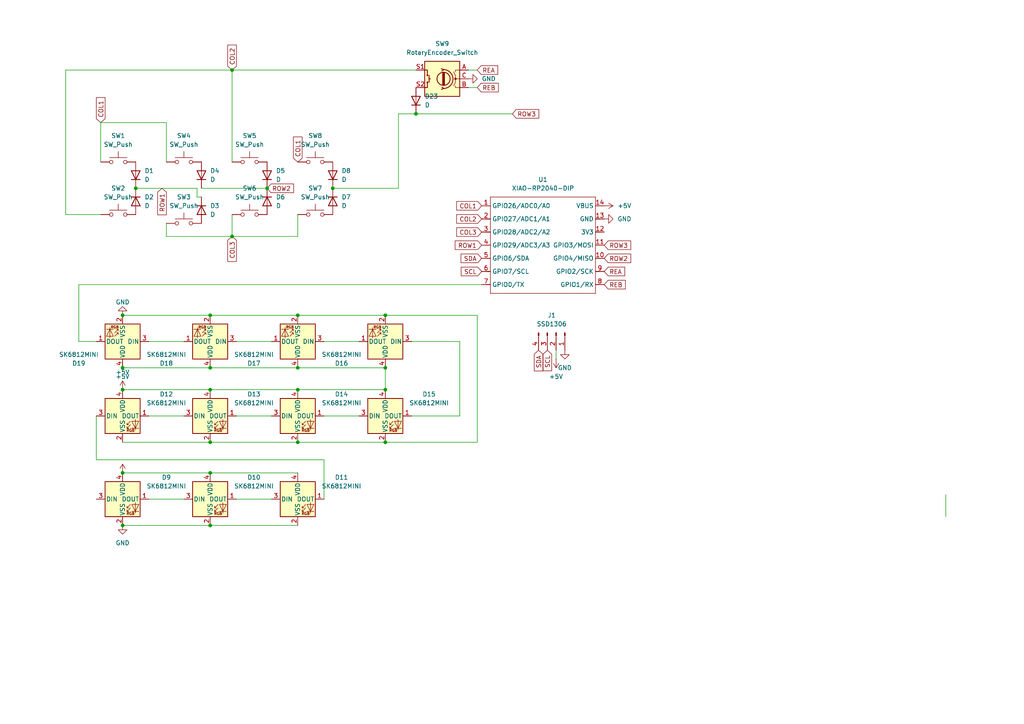
<source format=kicad_sch>
(kicad_sch (version 20231120) (generator "eeschema") (generator_version "8.0")
  (paper "A4")
  (lib_symbols
    (symbol "Connector:Conn_01x04_Pin" (pin_names (offset 1.016) hide)
      (property "Reference" "J" (at 0 5.08 0))
      (property "Value" "Conn_01x04_Pin" (at 0 -7.62 0))
      (symbol "Conn_01x04_Pin_1_1"
        (polyline (pts (xy 1.27 -5.08) (xy 0.8636 -5.08)) (stroke (width 0.1524)))
        (polyline (pts (xy 1.27 -2.54) (xy 0.8636 -2.54)) (stroke (width 0.1524)))
        (polyline (pts (xy 1.27 0) (xy 0.8636 0)) (stroke (width 0.1524)))
        (polyline (pts (xy 1.27 2.54) (xy 0.8636 2.54)) (stroke (width 0.1524)))
        (rectangle (start 0.8636 -4.953) (end 0 -5.207) (stroke (width 0.1524)) (fill (type outline)))
        (rectangle (start 0.8636 -2.413) (end 0 -2.667) (stroke (width 0.1524)) (fill (type outline)))
        (rectangle (start 0.8636 0.127) (end 0 -0.127) (stroke (width 0.1524)) (fill (type outline)))
        (rectangle (start 0.8636 2.667) (end 0 2.413) (stroke (width 0.1524)) (fill (type outline)))
        (pin passive line (at 5.08 2.54 180) (length 3.81) (name "Pin_1") (number "1"))
        (pin passive line (at 5.08 0 180) (length 3.81) (name "Pin_2") (number "2"))
        (pin passive line (at 5.08 -2.54 180) (length 3.81) (name "Pin_3") (number "3"))
        (pin passive line (at 5.08 -5.08 180) (length 3.81) (name "Pin_4") (number "4"))
      )
    )
    (symbol "Device:D" (pin_numbers hide) (pin_names (offset 1.016) hide)
      (property "Reference" "D" (at 0 2.54 0))
      (property "Value" "D" (at 0 -2.54 0))
      (symbol "D_0_1"
        (polyline (pts (xy -1.27 1.27) (xy -1.27 -1.27)) (stroke (width 0.254)))
        (polyline (pts (xy 1.27 0) (xy -1.27 0)))
        (polyline (pts (xy 1.27 1.27) (xy 1.27 -1.27) (xy -1.27 0) (xy 1.27 1.27)) (stroke (width 0.254)))
      )
      (symbol "D_1_1"
        (pin passive line (at -3.81 0 0) (length 2.54) (name "K") (number "1"))
        (pin passive line (at 3.81 0 180) (length 2.54) (name "A") (number "2"))
      )
    )
    (symbol "Device:RotaryEncoder_Switch" (pin_names (offset 0.254) hide)
      (property "Reference" "SW" (at 0 6.604 0))
      (property "Value" "RotaryEncoder_Switch" (at 0 -6.604 0))
      (symbol "RotaryEncoder_Switch_0_1"
        (rectangle (start -5.08 5.08) (end 5.08 -5.08) (stroke (width 0.254)) (fill (type background)))
        (circle (center -3.81 0) (radius 0.254) (fill (type outline)))
        (circle (center -0.381 0) (radius 1.905) (stroke (width 0.254)))
        (arc (start -0.381 2.667) (mid -3.0988 -0.0635) (end -0.381 -2.794) (stroke (width 0.254)))
        (polyline (pts (xy -0.635 -1.778) (xy -0.635 1.778)) (stroke (width 0.254)))
        (polyline (pts (xy -0.381 -1.778) (xy -0.381 1.778)) (stroke (width 0.254)))
        (polyline (pts (xy -0.127 1.778) (xy -0.127 -1.778)) (stroke (width 0.254)))
        (polyline (pts (xy 3.81 0) (xy 3.429 0)) (stroke (width 0.254)))
        (polyline (pts (xy 3.81 1.016) (xy 3.81 -1.016)) (stroke (width 0.254)))
        (polyline (pts (xy -5.08 -2.54) (xy -3.81 -2.54) (xy -3.81 -2.032)))
        (polyline (pts (xy -5.08 2.54) (xy -3.81 2.54) (xy -3.81 2.032)))
        (polyline (pts (xy 0.254 -3.048) (xy -0.508 -2.794) (xy 0.127 -2.413)) (stroke (width 0.254)))
        (polyline (pts (xy 0.254 2.921) (xy -0.508 2.667) (xy 0.127 2.286)) (stroke (width 0.254)))
        (polyline (pts (xy 5.08 -2.54) (xy 4.318 -2.54) (xy 4.318 -1.016)) (stroke (width 0.254)))
        (polyline (pts (xy 5.08 2.54) (xy 4.318 2.54) (xy 4.318 1.016)) (stroke (width 0.254)))
        (polyline (pts (xy -5.08 0) (xy -3.81 0) (xy -3.81 -1.016) (xy -3.302 -2.032)))
        (polyline (pts (xy -4.318 0) (xy -3.81 0) (xy -3.81 1.016) (xy -3.302 2.032)))
        (circle (center 4.318 -1.016) (radius 0.127) (stroke (width 0.254)))
        (circle (center 4.318 1.016) (radius 0.127) (stroke (width 0.254)))
      )
      (symbol "RotaryEncoder_Switch_1_1"
        (pin passive line (at -7.62 2.54 0) (length 2.54) (name "A") (number "A"))
        (pin passive line (at -7.62 -2.54 0) (length 2.54) (name "B") (number "B"))
        (pin passive line (at -7.62 0 0) (length 2.54) (name "C") (number "C"))
        (pin passive line (at 7.62 2.54 180) (length 2.54) (name "S1") (number "S1"))
        (pin passive line (at 7.62 -2.54 180) (length 2.54) (name "S2") (number "S2"))
      )
    )
    (symbol "LED:SK6812MINI" (pin_names (offset 0.254))
      (property "Reference" "D" (at 5.08 5.715 0))
      (property "Value" "SK6812MINI" (at 1.27 -5.715 0))
      (symbol "SK6812MINI_0_0"
        (text "RGB" (at 2.286 -4.191 0) (effects (font (size 0.762 0.762))))
      )
      (symbol "SK6812MINI_0_1"
        (polyline (pts (xy 1.27 -3.556) (xy 1.778 -3.556)))
        (polyline (pts (xy 1.27 -2.54) (xy 1.778 -2.54)))
        (polyline (pts (xy 4.699 -3.556) (xy 2.667 -3.556)))
        (polyline (pts (xy 2.286 -2.54) (xy 1.27 -3.556) (xy 1.27 -3.048)))
        (polyline (pts (xy 2.286 -1.524) (xy 1.27 -2.54) (xy 1.27 -2.032)))
        (polyline (pts (xy 3.683 -1.016) (xy 3.683 -3.556) (xy 3.683 -4.064)))
        (polyline (pts (xy 4.699 -1.524) (xy 2.667 -1.524) (xy 3.683 -3.556) (xy 4.699 -1.524)))
        (rectangle (start 5.08 5.08) (end -5.08 -5.08) (stroke (width 0.254)) (fill (type background)))
      )
      (symbol "SK6812MINI_1_1"
        (pin output line (at 7.62 0 180) (length 2.54) (name "DOUT") (number "1"))
        (pin power_in line (at 0 -7.62 90) (length 2.54) (name "VSS") (number "2"))
        (pin input line (at -7.62 0 0) (length 2.54) (name "DIN") (number "3"))
        (pin power_in line (at 0 7.62 270) (length 2.54) (name "VDD") (number "4"))
      )
    )
    (symbol "OPL:XIAO-RP2040-DIP"
      (property "Reference" "U" (at 0 0 0))
      (property "Value" "XIAO-RP2040-DIP" (at 5.334 -1.778 0))
      (symbol "XIAO-RP2040-DIP_1_0"
        (polyline (pts (xy -1.27 -30.48) (xy -1.27 -16.51)) (stroke (width 0.1524)))
        (polyline (pts (xy -1.27 -27.94) (xy -2.54 -27.94)) (stroke (width 0.1524)))
        (polyline (pts (xy -1.27 -24.13) (xy -2.54 -24.13)) (stroke (width 0.1524)))
        (polyline (pts (xy -1.27 -20.32) (xy -2.54 -20.32)) (stroke (width 0.1524)))
        (polyline (pts (xy -1.27 -16.51) (xy -2.54 -16.51)) (stroke (width 0.1524)))
        (polyline (pts (xy -1.27 -16.51) (xy -1.27 -12.7)) (stroke (width 0.1524)))
        (polyline (pts (xy -1.27 -12.7) (xy -2.54 -12.7)) (stroke (width 0.1524)))
        (polyline (pts (xy -1.27 -12.7) (xy -1.27 -8.89)) (stroke (width 0.1524)))
        (polyline (pts (xy -1.27 -8.89) (xy -2.54 -8.89)) (stroke (width 0.1524)))
        (polyline (pts (xy -1.27 -8.89) (xy -1.27 -5.08)) (stroke (width 0.1524)))
        (polyline (pts (xy -1.27 -5.08) (xy -2.54 -5.08)) (stroke (width 0.1524)))
        (polyline (pts (xy -1.27 -5.08) (xy -1.27 -2.54)) (stroke (width 0.1524)))
        (polyline (pts (xy -1.27 -2.54) (xy 29.21 -2.54)) (stroke (width 0.1524)))
        (polyline (pts (xy 29.21 -30.48) (xy -1.27 -30.48)) (stroke (width 0.1524)))
        (polyline (pts (xy 29.21 -12.7) (xy 29.21 -30.48)) (stroke (width 0.1524)))
        (polyline (pts (xy 29.21 -8.89) (xy 29.21 -12.7)) (stroke (width 0.1524)))
        (polyline (pts (xy 29.21 -5.08) (xy 29.21 -8.89)) (stroke (width 0.1524)))
        (polyline (pts (xy 29.21 -2.54) (xy 29.21 -5.08)) (stroke (width 0.1524)))
        (polyline (pts (xy 30.48 -27.94) (xy 29.21 -27.94)) (stroke (width 0.1524)))
        (polyline (pts (xy 30.48 -24.13) (xy 29.21 -24.13)) (stroke (width 0.1524)))
        (polyline (pts (xy 30.48 -20.32) (xy 29.21 -20.32)) (stroke (width 0.1524)))
        (polyline (pts (xy 30.48 -16.51) (xy 29.21 -16.51)) (stroke (width 0.1524)))
        (polyline (pts (xy 30.48 -12.7) (xy 29.21 -12.7)) (stroke (width 0.1524)))
        (polyline (pts (xy 30.48 -8.89) (xy 29.21 -8.89)) (stroke (width 0.1524)))
        (polyline (pts (xy 30.48 -5.08) (xy 29.21 -5.08)) (stroke (width 0.1524)))
        (pin passive line (at -3.81 -5.08 0) (length 2.54) (name "GPIO26/ADC0/A0") (number "1"))
        (pin passive line (at 31.75 -20.32 180) (length 2.54) (name "GPIO4/MISO") (number "10"))
        (pin passive line (at 31.75 -16.51 180) (length 2.54) (name "GPIO3/MOSI") (number "11"))
        (pin passive line (at 31.75 -12.7 180) (length 2.54) (name "3V3") (number "12"))
        (pin passive line (at 31.75 -8.89 180) (length 2.54) (name "GND") (number "13"))
        (pin passive line (at 31.75 -5.08 180) (length 2.54) (name "VBUS") (number "14"))
        (pin passive line (at -3.81 -8.89 0) (length 2.54) (name "GPIO27/ADC1/A1") (number "2"))
        (pin passive line (at -3.81 -12.7 0) (length 2.54) (name "GPIO28/ADC2/A2") (number "3"))
        (pin passive line (at -3.81 -16.51 0) (length 2.54) (name "GPIO29/ADC3/A3") (number "4"))
        (pin passive line (at -3.81 -20.32 0) (length 2.54) (name "GPIO6/SDA") (number "5"))
        (pin passive line (at -3.81 -24.13 0) (length 2.54) (name "GPIO7/SCL") (number "6"))
        (pin passive line (at -3.81 -27.94 0) (length 2.54) (name "GPIO0/TX") (number "7"))
        (pin passive line (at 31.75 -27.94 180) (length 2.54) (name "GPIO1/RX") (number "8"))
        (pin passive line (at 31.75 -24.13 180) (length 2.54) (name "GPIO2/SCK") (number "9"))
      )
    )
    (symbol "Switch:SW_Push" (pin_numbers hide) (pin_names (offset 1.016) hide)
      (property "Reference" "SW" (at 1.27 2.54 0))
      (property "Value" "SW_Push" (at 0 -1.524 0))
      (symbol "SW_Push_0_1"
        (circle (center -2.032 0) (radius 0.508))
        (polyline (pts (xy 0 1.27) (xy 0 3.048)))
        (polyline (pts (xy 2.54 1.27) (xy -2.54 1.27)))
        (circle (center 2.032 0) (radius 0.508))
        (pin passive line (at -5.08 0 0) (length 2.54) (name "1") (number "1"))
        (pin passive line (at 5.08 0 180) (length 2.54) (name "2") (number "2"))
      )
    )
    (symbol "power:+5V" (power) (pin_numbers hide) (pin_names (offset 0) hide)
      (property "Value" "+5V" (at 0 3.556 0))
      (symbol "+5V_0_1"
        (polyline (pts (xy -0.762 1.27) (xy 0 2.54)))
        (polyline (pts (xy 0 0) (xy 0 2.54)))
        (polyline (pts (xy 0 2.54) (xy 0.762 1.27)))
      )
      (symbol "+5V_1_1"
        (pin power_in line (at 0 0 90) (length 0) (name "~") (number "1"))
      )
    )
    (symbol "power:GND" (power) (pin_numbers hide) (pin_names (offset 0) hide)
      (property "Value" "GND" (at 0 -3.81 0))
      (symbol "GND_0_1"
        (polyline (pts (xy 0 0) (xy 0 -1.27) (xy 1.27 -1.27) (xy 0 -2.54) (xy -1.27 -1.27) (xy 0 -1.27)))
      )
      (symbol "GND_1_1"
        (pin power_in line (at 0 0 270) (length 0) (name "~") (number "1"))
      )
    )
  )
  (junction (at 60.96 152.4))
  (junction (at 67.31 68.58))
  (junction (at 60.96 137.16))
  (junction (at 60.96 106.68))
  (junction (at 86.36 128.27))
  (junction (at 111.76 106.68))
  (junction (at 86.36 91.44))
  (junction (at 86.36 113.03))
  (junction (at 77.47 54.61))
  (junction (at 111.76 91.44))
  (junction (at 120.65 33.02))
  (junction (at 35.56 91.44))
  (junction (at 86.36 106.68))
  (junction (at 60.96 128.27))
  (junction (at 39.37 54.61))
  (junction (at 67.31 20.32))
  (junction (at 35.56 137.16))
  (junction (at 35.56 106.68))
  (junction (at 60.96 91.44))
  (junction (at 35.56 152.4))
  (junction (at 111.76 113.03))
  (junction (at 60.96 113.03))
  (junction (at 96.52 54.61))
  (junction (at 35.56 113.03))
  (junction (at 111.76 128.27))
  (wire (pts (xy 68.58 120.65) (xy 78.74 120.65)))
  (wire (pts (xy 120.65 33.02) (xy 148.59 33.02)))
  (wire (pts (xy 60.96 152.4) (xy 86.36 152.4)))
  (wire (pts (xy 119.38 99.06) (xy 133.35 99.06)))
  (wire (pts (xy 19.05 20.32) (xy 67.31 20.32)))
  (wire (pts (xy 22.86 99.06) (xy 27.94 99.06)))
  (wire (pts (xy 67.31 68.58) (xy 48.26 68.58)))
  (wire (pts (xy 115.57 33.02) (xy 115.57 54.61)))
  (wire (pts (xy 35.56 152.4) (xy 60.96 152.4)))
  (wire (pts (xy 29.21 62.23) (xy 19.05 62.23)))
  (wire (pts (xy 86.36 91.44) (xy 111.76 91.44)))
  (wire (pts (xy 35.56 105.41) (xy 35.56 106.68)))
  (wire (pts (xy 27.94 120.65) (xy 27.94 133.35)))
  (wire (pts (xy 35.56 113.03) (xy 60.96 113.03)))
  (wire (pts (xy 104.14 99.06) (xy 93.98 99.06)))
  (wire (pts (xy 39.37 54.61) (xy 57.15 54.61)))
  (wire (pts (xy 60.96 91.44) (xy 86.36 91.44)))
  (wire (pts (xy 53.34 99.06) (xy 43.18 99.06)))
  (wire (pts (xy 111.76 106.68) (xy 86.36 106.68)))
  (wire (pts (xy 138.43 25.4) (xy 135.89 25.4)))
  (wire (pts (xy 119.38 120.65) (xy 133.35 120.65)))
  (wire (pts (xy 22.86 99.06) (xy 22.86 82.55)))
  (wire (pts (xy 138.43 20.32) (xy 135.89 20.32)))
  (wire (pts (xy 60.96 113.03) (xy 86.36 113.03)))
  (wire (pts (xy 57.15 57.15) (xy 58.42 57.15)))
  (wire (pts (xy 133.35 120.65) (xy 133.35 99.06)))
  (wire (pts (xy 19.05 62.23) (xy 19.05 20.32)))
  (wire (pts (xy 29.21 35.56) (xy 29.21 46.99)))
  (wire (pts (xy 115.57 33.02) (xy 120.65 33.02)))
  (wire (pts (xy 86.36 106.68) (xy 60.96 106.68)))
  (wire (pts (xy 35.56 91.44) (xy 60.96 91.44)))
  (wire (pts (xy 35.56 137.16) (xy 60.96 137.16)))
  (wire (pts (xy 48.26 35.56) (xy 48.26 46.99)))
  (wire (pts (xy 27.94 133.35) (xy 93.98 133.35)))
  (wire (pts (xy 67.31 62.23) (xy 67.31 68.58)))
  (wire (pts (xy 93.98 120.65) (xy 104.14 120.65)))
  (wire (pts (xy 138.43 91.44) (xy 111.76 91.44)))
  (wire (pts (xy 60.96 128.27) (xy 86.36 128.27)))
  (wire (pts (xy 57.15 54.61) (xy 57.15 57.15)))
  (wire (pts (xy 22.86 82.55) (xy 139.7 82.55)))
  (wire (pts (xy 111.76 106.68) (xy 111.76 113.03)))
  (wire (pts (xy 86.36 113.03) (xy 111.76 113.03)))
  (wire (pts (xy 115.57 54.61) (xy 96.52 54.61)))
  (wire (pts (xy 60.96 106.68) (xy 35.56 106.68)))
  (wire (pts (xy 161.29 104.14) (xy 161.29 101.6)))
  (wire (pts (xy 67.31 20.32) (xy 120.65 20.32)))
  (wire (pts (xy 274.32 149.86) (xy 274.32 143.51)))
  (wire (pts (xy 93.98 133.35) (xy 93.98 144.78)))
  (wire (pts (xy 48.26 64.77) (xy 48.26 68.58)))
  (wire (pts (xy 58.42 54.61) (xy 77.47 54.61)))
  (wire (pts (xy 86.36 128.27) (xy 111.76 128.27)))
  (wire (pts (xy 35.56 128.27) (xy 60.96 128.27)))
  (wire (pts (xy 78.74 99.06) (xy 68.58 99.06)))
  (wire (pts (xy 68.58 144.78) (xy 78.74 144.78)))
  (wire (pts (xy 86.36 62.23) (xy 86.36 68.58)))
  (wire (pts (xy 43.18 120.65) (xy 53.34 120.65)))
  (wire (pts (xy 138.43 128.27) (xy 138.43 91.44)))
  (wire (pts (xy 43.18 144.78) (xy 53.34 144.78)))
  (wire (pts (xy 86.36 68.58) (xy 67.31 68.58)))
  (wire (pts (xy 111.76 128.27) (xy 138.43 128.27)))
  (wire (pts (xy 48.26 35.56) (xy 29.21 35.56)))
  (wire (pts (xy 67.31 20.32) (xy 67.31 46.99)))
  (wire (pts (xy 60.96 137.16) (xy 86.36 137.16)))
  (global_label "COL2" (shape input) (at 139.7 63.5 180) (property "Intersheetrefs" "${INTERSHEET_REFS}" (effects (hide yes))))
  (global_label "ROW3" (shape input) (at 175.26 71.12 0) (property "Intersheetrefs" "${INTERSHEET_REFS}" (effects (hide yes))))
  (global_label "SDA" (shape input) (at 156.21 101.6 270) (property "Intersheetrefs" "${INTERSHEET_REFS}" (effects (hide yes))))
  (global_label "ROW2" (shape input) (at 77.47 54.61 0) (property "Intersheetrefs" "${INTERSHEET_REFS}" (effects (hide yes))))
  (global_label "SDA" (shape input) (at 139.7 74.93 180) (property "Intersheetrefs" "${INTERSHEET_REFS}" (effects (hide yes))))
  (global_label "ROW2" (shape input) (at 175.26 74.93 0) (property "Intersheetrefs" "${INTERSHEET_REFS}" (effects (hide yes))))
  (global_label "COL1" (shape input) (at 139.7 59.69 180) (property "Intersheetrefs" "${INTERSHEET_REFS}" (effects (hide yes))))
  (global_label "COL3" (shape input) (at 67.31 68.58 270) (property "Intersheetrefs" "${INTERSHEET_REFS}" (effects (hide yes))))
  (global_label "SCL" (shape input) (at 139.7 78.74 180) (property "Intersheetrefs" "${INTERSHEET_REFS}" (effects (hide yes))))
  (global_label "ROW1" (shape input) (at 139.7 71.12 180) (property "Intersheetrefs" "${INTERSHEET_REFS}" (effects (hide yes))))
  (global_label "COL1" (shape input) (at 86.36 46.99 90) (property "Intersheetrefs" "${INTERSHEET_REFS}" (effects (hide yes))))
  (global_label "COL2" (shape input) (at 67.31 20.32 90) (property "Intersheetrefs" "${INTERSHEET_REFS}" (effects (hide yes))))
  (global_label "ROW3" (shape input) (at 148.59 33.02 0) (property "Intersheetrefs" "${INTERSHEET_REFS}" (effects (hide yes))))
  (global_label "ROW1" (shape input) (at 46.99 54.61 270) (property "Intersheetrefs" "${INTERSHEET_REFS}" (effects (hide yes))))
  (global_label "REA" (shape input) (at 138.43 20.32 0) (property "Intersheetrefs" "${INTERSHEET_REFS}" (effects (hide yes))))
  (global_label "COL1" (shape input) (at 29.21 35.56 90) (property "Intersheetrefs" "${INTERSHEET_REFS}" (effects (hide yes))))
  (global_label "SCL" (shape input) (at 158.75 101.6 270) (property "Intersheetrefs" "${INTERSHEET_REFS}" (effects (hide yes))))
  (global_label "COL3" (shape input) (at 139.7 67.31 180) (property "Intersheetrefs" "${INTERSHEET_REFS}" (effects (hide yes))))
  (global_label "REB" (shape input) (at 175.26 82.55 0) (property "Intersheetrefs" "${INTERSHEET_REFS}" (effects (hide yes))))
  (global_label "REA" (shape input) (at 175.26 78.74 0) (property "Intersheetrefs" "${INTERSHEET_REFS}" (effects (hide yes))))
  (global_label "REB" (shape input) (at 138.43 25.4 0) (property "Intersheetrefs" "${INTERSHEET_REFS}" (effects (hide yes))))
  (symbol (lib_id "Device:D") (at 39.37 58.42 270) (unit 1)
    (property "Reference" "D2" (at 41.91 57.1499 90) (effects (justify left)))
    (property "Value" "D" (at 41.91 59.6899 90) (effects (justify left)))
    (property "Footprint" "Diode_THT:D_DO-35_SOD27_P7.62mm_Horizontal" (effects (hide yes)))
    (property "Description" "Diode" (effects (hide yes)))
    (property "Sim.Device" "D" (effects (hide yes)))
    (property "Sim.Pins" "1=K 2=A" (effects (hide yes)))
  )
  (symbol (lib_id "Switch:SW_Push") (at 53.34 64.77 0) (unit 1)
    (property "Reference" "SW3" (at 53.34 57.15 0))
    (property "Value" "SW_Push" (at 53.34 59.69 0))
    (property "Footprint" "PCM_Switch_Keyboard_Kailh:SW_Kailh_Choc_V2" (effects (hide yes)))
    (property "Description" "Push button switch, generic, two pins" (effects (hide yes)))
  )
  (symbol (lib_id "Device:D") (at 58.42 50.8 90) (unit 1)
    (property "Reference" "D4" (at 60.96 49.5299 90) (effects (justify right)))
    (property "Value" "D" (at 60.96 52.0699 90) (effects (justify right)))
    (property "Footprint" "Diode_THT:D_DO-35_SOD27_P7.62mm_Horizontal" (effects (hide yes)))
    (property "Description" "Diode" (effects (hide yes)))
    (property "Sim.Device" "D" (effects (hide yes)))
    (property "Sim.Pins" "1=K 2=A" (effects (hide yes)))
  )
  (symbol (lib_id "LED:SK6812MINI") (at 35.56 120.65 0) (unit 1)
    (property "Reference" "D12" (at 48.26 114.3314 0))
    (property "Value" "SK6812MINI" (at 48.26 116.8714 0))
    (property "Footprint" "LED_SMD:LED_SK6812MINI_PLCC4_3.5x3.5mm_P1.75mm" (effects (hide yes)))
    (property "Datasheet" "https://cdn-shop.adafruit.com/product-files/2686/SK6812MINI_REV.01-1-2.pdf" (effects (hide yes)))
    (property "Description" "RGB LED with integrated controller" (effects (hide yes)))
  )
  (symbol (lib_id "LED:SK6812MINI") (at 35.56 99.06 180) (unit 1)
    (property "Reference" "D19" (at 22.86 105.3786 0))
    (property "Value" "SK6812MINI" (at 22.86 102.8386 0))
    (property "Footprint" "LED_SMD:LED_SK6812MINI_PLCC4_3.5x3.5mm_P1.75mm" (effects (hide yes)))
    (property "Datasheet" "https://cdn-shop.adafruit.com/product-files/2686/SK6812MINI_REV.01-1-2.pdf" (effects (hide yes)))
    (property "Description" "RGB LED with integrated controller" (effects (hide yes)))
  )
  (symbol (lib_id "Switch:SW_Push") (at 72.39 46.99 0) (unit 1)
    (property "Reference" "SW5" (at 72.39 39.37 0))
    (property "Value" "SW_Push" (at 72.39 41.91 0))
    (property "Footprint" "PCM_Switch_Keyboard_Kailh:SW_Kailh_Choc_V2" (effects (hide yes)))
    (property "Description" "Push button switch, generic, two pins" (effects (hide yes)))
  )
  (symbol (lib_id "Device:D") (at 39.37 50.8 90) (unit 1)
    (property "Reference" "D1" (at 41.91 49.5299 90) (effects (justify right)))
    (property "Value" "D" (at 41.91 52.0699 90) (effects (justify right)))
    (property "Footprint" "Diode_THT:D_DO-35_SOD27_P7.62mm_Horizontal" (effects (hide yes)))
    (property "Description" "Diode" (effects (hide yes)))
    (property "Sim.Device" "D" (effects (hide yes)))
    (property "Sim.Pins" "1=K 2=A" (effects (hide yes)))
  )
  (symbol (lib_id "power:+5V") (at 35.56 137.16 0) (unit 1)
    (property "Reference" "#PWR07" (effects (hide yes)))
    (property "Value" "+5V" (at 35.56 109.22 0))
    (property "Description" "Power symbol creates a global label with name \"+5V\"" (effects (hide yes)))
  )
  (symbol (lib_id "Device:D") (at 77.47 58.42 270) (unit 1)
    (property "Reference" "D6" (at 80.01 57.1499 90) (effects (justify left)))
    (property "Value" "D" (at 80.01 59.6899 90) (effects (justify left)))
    (property "Footprint" "Diode_THT:D_DO-35_SOD27_P7.62mm_Horizontal" (effects (hide yes)))
    (property "Description" "Diode" (effects (hide yes)))
    (property "Sim.Device" "D" (effects (hide yes)))
    (property "Sim.Pins" "1=K 2=A" (effects (hide yes)))
  )
  (symbol (lib_id "power:+5V") (at 35.56 113.03 0) (unit 1)
    (property "Reference" "#PWR08" (effects (hide yes)))
    (property "Value" "+5V" (at 35.56 107.95 0))
    (property "Description" "Power symbol creates a global label with name \"+5V\"" (effects (hide yes)))
  )
  (symbol (lib_id "Switch:SW_Push") (at 91.44 46.99 0) (unit 1)
    (property "Reference" "SW8" (at 91.44 39.37 0))
    (property "Value" "SW_Push" (at 91.44 41.91 0))
    (property "Footprint" "PCM_Switch_Keyboard_Kailh:SW_Kailh_Choc_V2" (effects (hide yes)))
    (property "Description" "Push button switch, generic, two pins" (effects (hide yes)))
  )
  (symbol (lib_id "LED:SK6812MINI") (at 60.96 99.06 180) (unit 1)
    (property "Reference" "D18" (at 48.26 105.3786 0))
    (property "Value" "SK6812MINI" (at 48.26 102.8386 0))
    (property "Footprint" "LED_SMD:LED_SK6812MINI_PLCC4_3.5x3.5mm_P1.75mm" (effects (hide yes)))
    (property "Datasheet" "https://cdn-shop.adafruit.com/product-files/2686/SK6812MINI_REV.01-1-2.pdf" (effects (hide yes)))
    (property "Description" "RGB LED with integrated controller" (effects (hide yes)))
  )
  (symbol (lib_id "LED:SK6812MINI") (at 111.76 99.06 180) (unit 1)
    (property "Reference" "D16" (at 99.06 105.3786 0))
    (property "Value" "SK6812MINI" (at 99.06 102.8386 0))
    (property "Footprint" "LED_SMD:LED_SK6812MINI_PLCC4_3.5x3.5mm_P1.75mm" (effects (hide yes)))
    (property "Datasheet" "https://cdn-shop.adafruit.com/product-files/2686/SK6812MINI_REV.01-1-2.pdf" (effects (hide yes)))
    (property "Description" "RGB LED with integrated controller" (effects (hide yes)))
  )
  (symbol (lib_id "Switch:SW_Push") (at 72.39 62.23 0) (unit 1)
    (property "Reference" "SW6" (at 72.39 54.61 0))
    (property "Value" "SW_Push" (at 72.39 57.15 0))
    (property "Footprint" "PCM_Switch_Keyboard_Kailh:SW_Kailh_Choc_V2" (effects (hide yes)))
    (property "Description" "Push button switch, generic, two pins" (effects (hide yes)))
  )
  (symbol (lib_id "power:GND") (at 135.89 22.86 90) (mirror x) (unit 1)
    (property "Reference" "#PWR03" (effects (hide yes)))
    (property "Value" "GND" (at 139.7 22.8599 90) (effects (justify right)))
    (property "Description" "Power symbol creates a global label with name \"GND\" , ground" (effects (hide yes)))
  )
  (symbol (lib_id "Switch:SW_Push") (at 34.29 62.23 0) (unit 1)
    (property "Reference" "SW2" (at 34.29 54.61 0))
    (property "Value" "SW_Push" (at 34.29 57.15 0))
    (property "Footprint" "PCM_Switch_Keyboard_Kailh:SW_Kailh_Choc_V2" (effects (hide yes)))
    (property "Description" "Push button switch, generic, two pins" (effects (hide yes)))
  )
  (symbol (lib_id "Switch:SW_Push") (at 91.44 62.23 0) (unit 1)
    (property "Reference" "SW7" (at 91.44 54.61 0))
    (property "Value" "SW_Push" (at 91.44 57.15 0))
    (property "Footprint" "PCM_Switch_Keyboard_Kailh:SW_Kailh_Choc_V2" (effects (hide yes)))
    (property "Description" "Push button switch, generic, two pins" (effects (hide yes)))
  )
  (symbol (lib_id "Connector:Conn_01x04_Pin") (at 161.29 96.52 270) (unit 1)
    (property "Reference" "J1" (at 160.02 91.44 90))
    (property "Value" "SSD1306" (at 160.02 93.98 90))
    (property "Footprint" "OLED:SSD1306-0.91-OLED-4pin-128x32" (effects (hide yes)))
    (property "Description" "Generic connector, single row, 01x04, script generated" (effects (hide yes)))
  )
  (symbol (lib_id "Device:D") (at 77.47 50.8 90) (unit 1)
    (property "Reference" "D5" (at 80.01 49.5299 90) (effects (justify right)))
    (property "Value" "D" (at 80.01 52.0699 90) (effects (justify right)))
    (property "Footprint" "Diode_THT:D_DO-35_SOD27_P7.62mm_Horizontal" (effects (hide yes)))
    (property "Description" "Diode" (effects (hide yes)))
    (property "Sim.Device" "D" (effects (hide yes)))
    (property "Sim.Pins" "1=K 2=A" (effects (hide yes)))
  )
  (symbol (lib_id "Switch:SW_Push") (at 53.34 46.99 0) (unit 1)
    (property "Reference" "SW4" (at 53.34 39.37 0))
    (property "Value" "SW_Push" (at 53.34 41.91 0))
    (property "Footprint" "PCM_Switch_Keyboard_Kailh:SW_Kailh_Choc_V2" (effects (hide yes)))
    (property "Description" "Push button switch, generic, two pins" (effects (hide yes)))
  )
  (symbol (lib_id "Device:D") (at 120.65 29.21 90) (unit 1)
    (property "Reference" "D23" (at 123.19 27.9399 90) (effects (justify right)))
    (property "Value" "D" (at 123.19 30.4799 90) (effects (justify right)))
    (property "Footprint" "Diode_THT:D_DO-35_SOD27_P7.62mm_Horizontal" (effects (hide yes)))
    (property "Description" "Diode" (effects (hide yes)))
    (property "Sim.Device" "D" (effects (hide yes)))
    (property "Sim.Pins" "1=K 2=A" (effects (hide yes)))
  )
  (symbol (lib_id "power:GND") (at 163.83 101.6 0) (unit 1)
    (property "Reference" "#PWR04" (effects (hide yes)))
    (property "Value" "GND" (at 163.83 106.68 0))
    (property "Description" "Power symbol creates a global label with name \"GND\" , ground" (effects (hide yes)))
  )
  (symbol (lib_id "LED:SK6812MINI") (at 60.96 144.78 0) (unit 1)
    (property "Reference" "D10" (at 73.66 138.4614 0))
    (property "Value" "SK6812MINI" (at 73.66 141.0014 0))
    (property "Footprint" "cheyao:SK6812MINI-E" (effects (hide yes)))
    (property "Datasheet" "https://cdn-shop.adafruit.com/product-files/2686/SK6812MINI_REV.01-1-2.pdf" (effects (hide yes)))
    (property "Description" "RGB LED with integrated controller" (effects (hide yes)))
  )
  (symbol (lib_id "LED:SK6812MINI") (at 86.36 144.78 0) (unit 1)
    (property "Reference" "D11" (at 99.06 138.4614 0))
    (property "Value" "SK6812MINI" (at 99.06 141.0014 0))
    (property "Footprint" "cheyao:SK6812MINI-E" (effects (hide yes)))
    (property "Datasheet" "https://cdn-shop.adafruit.com/product-files/2686/SK6812MINI_REV.01-1-2.pdf" (effects (hide yes)))
    (property "Description" "RGB LED with integrated controller" (effects (hide yes)))
  )
  (symbol (lib_id "power:+5V") (at 161.29 104.14 180) (unit 1)
    (property "Reference" "#PWR05" (effects (hide yes)))
    (property "Value" "+5V" (at 161.29 109.22 0))
    (property "Description" "Power symbol creates a global label with name \"+5V\"" (effects (hide yes)))
  )
  (symbol (lib_id "LED:SK6812MINI") (at 86.36 120.65 0) (unit 1)
    (property "Reference" "D14" (at 99.06 114.3314 0))
    (property "Value" "SK6812MINI" (at 99.06 116.8714 0))
    (property "Footprint" "LED_SMD:LED_SK6812MINI_PLCC4_3.5x3.5mm_P1.75mm" (effects (hide yes)))
    (property "Datasheet" "https://cdn-shop.adafruit.com/product-files/2686/SK6812MINI_REV.01-1-2.pdf" (effects (hide yes)))
    (property "Description" "RGB LED with integrated controller" (effects (hide yes)))
  )
  (symbol (lib_id "power:GND") (at 175.26 63.5 90) (unit 1)
    (property "Reference" "#PWR02" (effects (hide yes)))
    (property "Value" "GND" (at 179.07 63.4999 90) (effects (justify right)))
    (property "Description" "Power symbol creates a global label with name \"GND\" , ground" (effects (hide yes)))
  )
  (symbol (lib_id "LED:SK6812MINI") (at 111.76 120.65 0) (unit 1)
    (property "Reference" "D15" (at 124.46 114.3314 0))
    (property "Value" "SK6812MINI" (at 124.46 116.8714 0))
    (property "Footprint" "LED_SMD:LED_SK6812MINI_PLCC4_3.5x3.5mm_P1.75mm" (effects (hide yes)))
    (property "Datasheet" "https://cdn-shop.adafruit.com/product-files/2686/SK6812MINI_REV.01-1-2.pdf" (effects (hide yes)))
    (property "Description" "RGB LED with integrated controller" (effects (hide yes)))
  )
  (symbol (lib_id "Device:D") (at 96.52 50.8 90) (unit 1)
    (property "Reference" "D8" (at 99.06 49.5299 90) (effects (justify right)))
    (property "Value" "D" (at 99.06 52.0699 90) (effects (justify right)))
    (property "Footprint" "Diode_THT:D_DO-35_SOD27_P7.62mm_Horizontal" (effects (hide yes)))
    (property "Description" "Diode" (effects (hide yes)))
    (property "Sim.Device" "D" (effects (hide yes)))
    (property "Sim.Pins" "1=K 2=A" (effects (hide yes)))
  )
  (symbol (lib_id "power:+5V") (at 175.26 59.69 270) (unit 1)
    (property "Reference" "#PWR01" (effects (hide yes)))
    (property "Value" "+5V" (at 179.07 59.6899 90) (effects (justify left)))
    (property "Description" "Power symbol creates a global label with name \"+5V\"" (effects (hide yes)))
  )
  (symbol (lib_id "power:GND") (at 35.56 152.4 0) (unit 1)
    (property "Reference" "#PWR06" (effects (hide yes)))
    (property "Value" "GND" (at 35.56 157.48 0))
    (property "Description" "Power symbol creates a global label with name \"GND\" , ground" (effects (hide yes)))
  )
  (symbol (lib_id "LED:SK6812MINI") (at 60.96 120.65 0) (unit 1)
    (property "Reference" "D13" (at 73.66 114.3314 0))
    (property "Value" "SK6812MINI" (at 73.66 116.8714 0))
    (property "Footprint" "LED_SMD:LED_SK6812MINI_PLCC4_3.5x3.5mm_P1.75mm" (effects (hide yes)))
    (property "Datasheet" "https://cdn-shop.adafruit.com/product-files/2686/SK6812MINI_REV.01-1-2.pdf" (effects (hide yes)))
    (property "Description" "RGB LED with integrated controller" (effects (hide yes)))
  )
  (symbol (lib_id "Switch:SW_Push") (at 34.29 46.99 0) (unit 1)
    (property "Reference" "SW1" (at 34.29 39.37 0))
    (property "Value" "SW_Push" (at 34.29 41.91 0))
    (property "Footprint" "PCM_Switch_Keyboard_Kailh:SW_Kailh_Choc_V2" (effects (hide yes)))
    (property "Description" "Push button switch, generic, two pins" (effects (hide yes)))
  )
  (symbol (lib_id "Device:D") (at 96.52 58.42 270) (unit 1)
    (property "Reference" "D7" (at 99.06 57.1499 90) (effects (justify left)))
    (property "Value" "D" (at 99.06 59.6899 90) (effects (justify left)))
    (property "Footprint" "Diode_THT:D_DO-35_SOD27_P7.62mm_Horizontal" (effects (hide yes)))
    (property "Description" "Diode" (effects (hide yes)))
    (property "Sim.Device" "D" (effects (hide yes)))
    (property "Sim.Pins" "1=K 2=A" (effects (hide yes)))
  )
  (symbol (lib_id "OPL:XIAO-RP2040-DIP") (at 143.51 54.61 0) (unit 1)
    (property "Reference" "U1" (at 157.48 52.07 0))
    (property "Value" "XIAO-RP2040-DIP" (at 157.48 54.61 0))
    (property "Footprint" "OPL:XIAO-RP2040-DIP" (effects (hide yes)))
  )
  (symbol (lib_id "Device:RotaryEncoder_Switch") (at 128.27 22.86 0) (mirror y) (unit 1)
    (property "Reference" "SW9" (at 128.27 12.7 0))
    (property "Value" "RotaryEncoder_Switch" (at 128.27 15.24 0))
    (property "Footprint" "Rotary_Encoder:RotaryEncoder_Alps_EC11E-Switch_Vertical_H20mm" (effects (hide yes)))
    (property "Description" "Rotary encoder, dual channel, incremental quadrate outputs, with switch" (effects (hide yes)))
  )
  (symbol (lib_id "Device:D") (at 58.42 60.96 270) (unit 1)
    (property "Reference" "D3" (at 60.96 59.6899 90) (effects (justify left)))
    (property "Value" "D" (at 60.96 62.2299 90) (effects (justify left)))
    (property "Footprint" "Diode_THT:D_DO-35_SOD27_P7.62mm_Horizontal" (effects (hide yes)))
    (property "Description" "Diode" (effects (hide yes)))
    (property "Sim.Device" "D" (effects (hide yes)))
    (property "Sim.Pins" "1=K 2=A" (effects (hide yes)))
  )
  (symbol (lib_id "power:GND") (at 35.56 91.44 180) (unit 1)
    (property "Reference" "#PWR09" (effects (hide yes)))
    (property "Value" "GND" (at 35.56 87.63 0))
    (property "Description" "Power symbol creates a global label with name \"GND\" , ground" (effects (hide yes)))
  )
  (symbol (lib_id "LED:SK6812MINI") (at 35.56 144.78 0) (unit 1)
    (property "Reference" "D9" (at 48.26 138.4614 0))
    (property "Value" "SK6812MINI" (at 48.26 141.0014 0))
    (property "Footprint" "cheyao:SK6812MINI-E" (effects (hide yes)))
    (property "Datasheet" "https://cdn-shop.adafruit.com/product-files/2686/SK6812MINI_REV.01-1-2.pdf" (effects (hide yes)))
    (property "Description" "RGB LED with integrated controller" (effects (hide yes)))
  )
  (symbol (lib_id "LED:SK6812MINI") (at 86.36 99.06 180) (unit 1)
    (property "Reference" "D17" (at 73.66 105.3786 0))
    (property "Value" "SK6812MINI" (at 73.66 102.8386 0))
    (property "Footprint" "LED_SMD:LED_SK6812MINI_PLCC4_3.5x3.5mm_P1.75mm" (effects (hide yes)))
    (property "Datasheet" "https://cdn-shop.adafruit.com/product-files/2686/SK6812MINI_REV.01-1-2.pdf" (effects (hide yes)))
    (property "Description" "RGB LED with integrated controller" (effects (hide yes)))
  )
)
</source>
